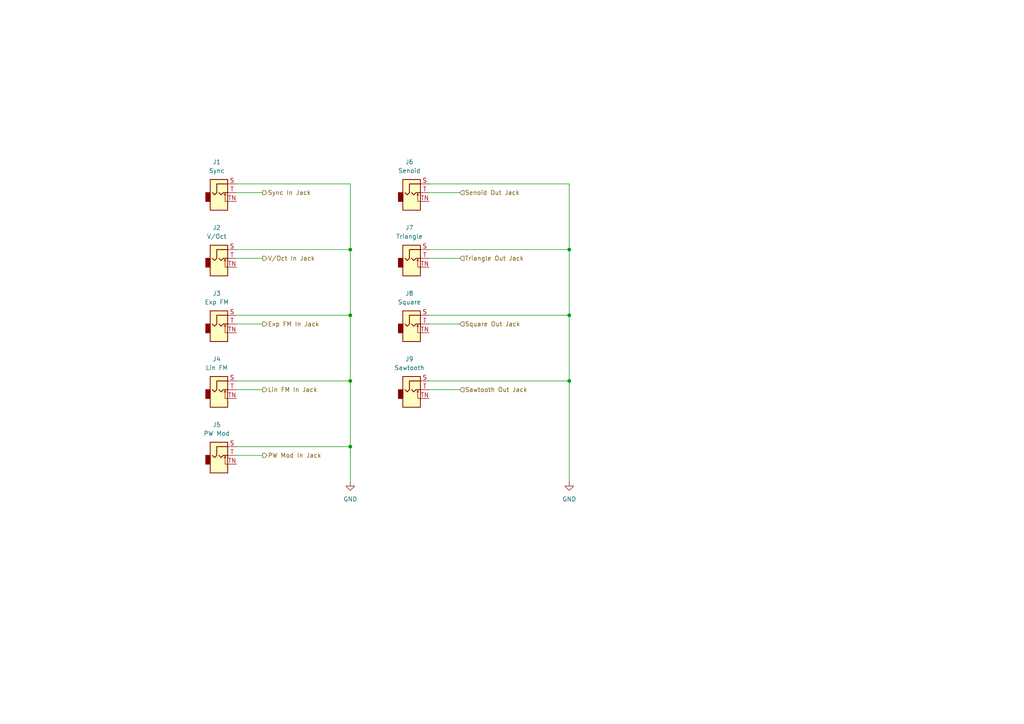
<source format=kicad_sch>
(kicad_sch (version 20231120) (generator "eeschema") (generator_version "8.0")
  (paper "A4")
  (lib_symbols
    (symbol "SynthStuff:TS_Jack_6.35mm_Sw"
      (property "Reference" "J" (at -0.635 8.89 0))
      (property "Value" "TS_Jack_6.35mm_Sw" (at -0.635 6.35 0))
      (symbol "TS_Jack_6.35mm_Sw_0_1"
        (rectangle (start -2.54 0) (end -3.81 -2.54) (stroke (width 0.254)) (fill (type outline)))
        (polyline (pts (xy 1.778 -0.254) (xy 2.032 -0.762)))
        (polyline (pts (xy 0 0) (xy 0.635 -0.635) (xy 1.27 0) (xy 2.54 0)) (stroke (width 0.254)))
        (polyline (pts (xy 2.54 -2.54) (xy 1.778 -2.54) (xy 1.778 -0.254) (xy 1.524 -0.762)))
        (polyline (pts (xy 2.54 2.54) (xy -0.635 2.54) (xy -0.635 0) (xy -1.27 -0.635) (xy -1.905 0)) (stroke (width 0.254)))
        (rectangle (start 2.54 3.81) (end -2.54 -5.08) (stroke (width 0.254)) (fill (type background)))
      )
      (symbol "TS_Jack_6.35mm_Sw_1_1"
        (pin passive line (at 5.08 2.54 180) (length 2.54) (name "~") (number "S"))
        (pin passive line (at 5.08 0 180) (length 2.54) (name "~") (number "T"))
        (pin passive line (at 5.08 -2.54 180) (length 2.54) (name "~") (number "TN"))
      )
    )
    (symbol "power:GND" (power) (pin_numbers hide) (pin_names (offset 0) hide)
      (property "Value" "GND" (at 0 -3.81 0))
      (symbol "GND_0_1"
        (polyline (pts (xy 0 0) (xy 0 -1.27) (xy 1.27 -1.27) (xy 0 -2.54) (xy -1.27 -1.27) (xy 0 -1.27)))
      )
      (symbol "GND_1_1"
        (pin power_in line (at 0 0 270) (length 0) (name "~") (number "1"))
      )
    )
  )
  (junction (at 165.1 91.44))
  (junction (at 165.1 110.49))
  (junction (at 165.1 72.39))
  (junction (at 101.6 91.44))
  (junction (at 101.6 72.39))
  (junction (at 101.6 129.54))
  (junction (at 101.6 110.49))
  (wire (pts (xy 68.58 74.93) (xy 76.2 74.93)))
  (wire (pts (xy 68.58 93.98) (xy 76.2 93.98)))
  (wire (pts (xy 124.46 55.88) (xy 133.35 55.88)))
  (wire (pts (xy 124.46 93.98) (xy 133.35 93.98)))
  (wire (pts (xy 68.58 129.54) (xy 101.6 129.54)))
  (wire (pts (xy 101.6 129.54) (xy 101.6 139.7)))
  (wire (pts (xy 165.1 110.49) (xy 165.1 139.7)))
  (wire (pts (xy 165.1 72.39) (xy 165.1 91.44)))
  (wire (pts (xy 124.46 91.44) (xy 165.1 91.44)))
  (wire (pts (xy 68.58 113.03) (xy 76.2 113.03)))
  (wire (pts (xy 124.46 53.34) (xy 165.1 53.34)))
  (wire (pts (xy 101.6 72.39) (xy 101.6 91.44)))
  (wire (pts (xy 165.1 53.34) (xy 165.1 72.39)))
  (wire (pts (xy 68.58 91.44) (xy 101.6 91.44)))
  (wire (pts (xy 101.6 53.34) (xy 101.6 72.39)))
  (wire (pts (xy 124.46 113.03) (xy 133.35 113.03)))
  (wire (pts (xy 101.6 91.44) (xy 101.6 110.49)))
  (wire (pts (xy 124.46 72.39) (xy 165.1 72.39)))
  (wire (pts (xy 124.46 74.93) (xy 133.35 74.93)))
  (wire (pts (xy 68.58 53.34) (xy 101.6 53.34)))
  (wire (pts (xy 68.58 110.49) (xy 101.6 110.49)))
  (wire (pts (xy 124.46 110.49) (xy 165.1 110.49)))
  (wire (pts (xy 68.58 72.39) (xy 101.6 72.39)))
  (wire (pts (xy 68.58 132.08) (xy 76.2 132.08)))
  (wire (pts (xy 68.58 55.88) (xy 76.2 55.88)))
  (wire (pts (xy 165.1 91.44) (xy 165.1 110.49)))
  (wire (pts (xy 101.6 110.49) (xy 101.6 129.54)))
  (hierarchical_label "Triangle Out Jack" (shape input) (at 133.35 74.93 0))
  (hierarchical_label "Lin FM In Jack" (shape output) (at 76.2 113.03 0))
  (hierarchical_label "Square Out Jack" (shape input) (at 133.35 93.98 0))
  (hierarchical_label "Sawtooth Out Jack" (shape input) (at 133.35 113.03 0))
  (hierarchical_label "V{slash}Oct In Jack" (shape output) (at 76.2 74.93 0))
  (hierarchical_label "Senoid Out Jack" (shape input) (at 133.35 55.88 0))
  (hierarchical_label "Exp FM In Jack" (shape output) (at 76.2 93.98 0))
  (hierarchical_label "PW Mod In Jack" (shape output) (at 76.2 132.08 0))
  (hierarchical_label "Sync In Jack" (shape output) (at 76.2 55.88 0))
  (symbol (lib_id "SynthStuff:TS_Jack_6.35mm_Sw") (at 63.5 55.88 0) (unit 1)
    (property "Reference" "J1" (at 62.865 46.99 0))
    (property "Value" "Sync" (at 62.865 49.53 0))
    (property "Footprint" "SynthStuff:CUI_MJ-63052A" (effects (hide yes)))
    (property "Description" "Audio Jack, 2 Poles (Mono / TS), Switched T Pole (Normalling), 6.35mm, 1/4inch" (effects (hide yes)))
  )
  (symbol (lib_id "SynthStuff:TS_Jack_6.35mm_Sw") (at 63.5 93.98 0) (unit 1)
    (property "Reference" "J3" (at 62.865 85.09 0))
    (property "Value" "Exp FM" (at 62.865 87.63 0))
    (property "Footprint" "SynthStuff:CUI_MJ-63052A" (effects (hide yes)))
    (property "Description" "Audio Jack, 2 Poles (Mono / TS), Switched T Pole (Normalling), 6.35mm, 1/4inch" (effects (hide yes)))
  )
  (symbol (lib_id "SynthStuff:TS_Jack_6.35mm_Sw") (at 63.5 74.93 0) (unit 1)
    (property "Reference" "J2" (at 62.865 66.04 0))
    (property "Value" "V/Oct" (at 62.865 68.58 0))
    (property "Footprint" "SynthStuff:CUI_MJ-63052A" (effects (hide yes)))
    (property "Description" "Audio Jack, 2 Poles (Mono / TS), Switched T Pole (Normalling), 6.35mm, 1/4inch" (effects (hide yes)))
  )
  (symbol (lib_id "SynthStuff:TS_Jack_6.35mm_Sw") (at 63.5 113.03 0) (unit 1)
    (property "Reference" "J4" (at 62.865 104.14 0))
    (property "Value" "Lin FM" (at 62.865 106.68 0))
    (property "Footprint" "SynthStuff:CUI_MJ-63052A" (effects (hide yes)))
    (property "Description" "Audio Jack, 2 Poles (Mono / TS), Switched T Pole (Normalling), 6.35mm, 1/4inch" (effects (hide yes)))
  )
  (symbol (lib_id "SynthStuff:TS_Jack_6.35mm_Sw") (at 63.5 132.08 0) (unit 1)
    (property "Reference" "J5" (at 62.865 123.19 0))
    (property "Value" "PW Mod" (at 62.865 125.73 0))
    (property "Footprint" "SynthStuff:CUI_MJ-63052A" (effects (hide yes)))
    (property "Description" "Audio Jack, 2 Poles (Mono / TS), Switched T Pole (Normalling), 6.35mm, 1/4inch" (effects (hide yes)))
  )
  (symbol (lib_id "power:GND") (at 165.1 139.7 0) (unit 1)
    (property "Reference" "#PWR06" (effects (hide yes)))
    (property "Value" "GND" (at 165.1 144.78 0))
    (property "Description" "Power symbol creates a global label with name \"GND\" , ground" (effects (hide yes)))
  )
  (symbol (lib_id "SynthStuff:TS_Jack_6.35mm_Sw") (at 119.38 113.03 0) (unit 1)
    (property "Reference" "J9" (at 118.745 104.14 0))
    (property "Value" "Sawtooth" (at 118.745 106.68 0))
    (property "Footprint" "SynthStuff:CUI_MJ-63052A" (effects (hide yes)))
    (property "Description" "Audio Jack, 2 Poles (Mono / TS), Switched T Pole (Normalling), 6.35mm, 1/4inch" (effects (hide yes)))
  )
  (symbol (lib_id "power:GND") (at 101.6 139.7 0) (unit 1)
    (property "Reference" "#PWR05" (effects (hide yes)))
    (property "Value" "GND" (at 101.6 144.78 0))
    (property "Description" "Power symbol creates a global label with name \"GND\" , ground" (effects (hide yes)))
  )
  (symbol (lib_id "SynthStuff:TS_Jack_6.35mm_Sw") (at 119.38 74.93 0) (unit 1)
    (property "Reference" "J7" (at 118.745 66.04 0))
    (property "Value" "Triangle" (at 118.745 68.58 0))
    (property "Footprint" "SynthStuff:CUI_MJ-63052A" (effects (hide yes)))
    (property "Description" "Audio Jack, 2 Poles (Mono / TS), Switched T Pole (Normalling), 6.35mm, 1/4inch" (effects (hide yes)))
  )
  (symbol (lib_id "SynthStuff:TS_Jack_6.35mm_Sw") (at 119.38 93.98 0) (unit 1)
    (property "Reference" "J8" (at 118.745 85.09 0))
    (property "Value" "Square" (at 118.745 87.63 0))
    (property "Footprint" "SynthStuff:CUI_MJ-63052A" (effects (hide yes)))
    (property "Description" "Audio Jack, 2 Poles (Mono / TS), Switched T Pole (Normalling), 6.35mm, 1/4inch" (effects (hide yes)))
  )
  (symbol (lib_id "SynthStuff:TS_Jack_6.35mm_Sw") (at 119.38 55.88 0) (unit 1)
    (property "Reference" "J6" (at 118.745 46.99 0))
    (property "Value" "Senoid" (at 118.745 49.53 0))
    (property "Footprint" "SynthStuff:CUI_MJ-63052A" (effects (hide yes)))
    (property "Description" "Audio Jack, 2 Poles (Mono / TS), Switched T Pole (Normalling), 6.35mm, 1/4inch" (effects (hide yes)))
  )
)
</source>
